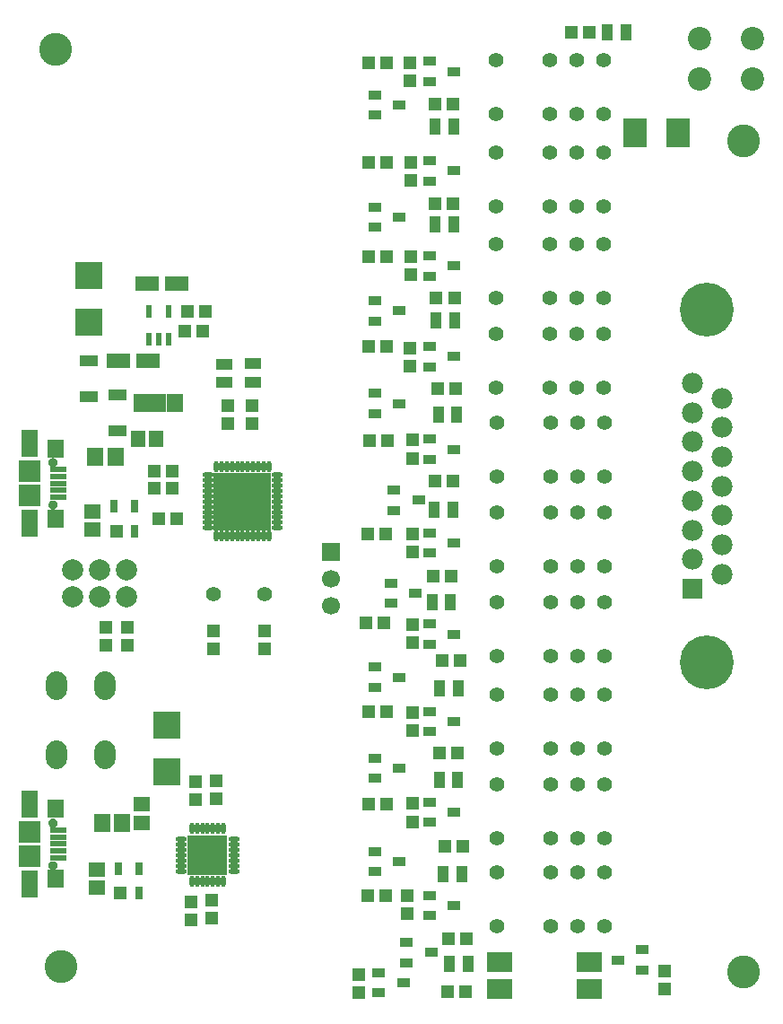
<source format=gbr>
G04 DipTrace 3.3.1.3*
G04 TopMask.gbr*
%MOMM*%
G04 #@! TF.FileFunction,Soldermask,Top*
G04 #@! TF.Part,Single*
%ADD10C,0.25*%
%ADD15C,0.55*%
%ADD66R,2.286X2.794*%
%ADD73R,0.55X1.2*%
%ADD77C,2.0*%
%ADD80C,3.1*%
%ADD81C,5.08*%
%ADD87C,1.4192*%
%ADD89C,2.2*%
%ADD90R,2.4X1.9*%
%ADD92R,5.4X5.4*%
%ADD96R,3.7X3.7*%
%ADD98O,0.5X1.05*%
%ADD100O,1.05X0.5*%
%ADD104R,1.5X1.7*%
%ADD106C,1.4*%
%ADD107R,1.4X1.65*%
%ADD109R,1.65X1.4*%
%ADD111R,1.978X1.978*%
%ADD113C,1.978*%
%ADD115C,1.7*%
%ADD117R,1.7X1.7*%
%ADD119R,2.1X2.0*%
%ADD121R,1.5X2.5*%
%ADD123R,1.6X1.7*%
%ADD124R,1.2X1.3*%
%ADD125R,1.55X0.6*%
%ADD128R,1.05X1.6*%
%ADD130R,1.25X0.85*%
%ADD134R,1.6X1.05*%
%ADD136R,1.8X1.0*%
%ADD138R,2.6X2.6*%
%ADD140R,0.8X1.2*%
%ADD142R,1.2X1.2*%
%ADD144R,2.2X1.4*%
%ADD145R,1.3X1.2*%
%ADD150O,2.0X2.7*%
%FSLAX35Y35*%
G04*
G71*
G90*
G75*
G01*
G04 TopMask*
%LPD*%
D150*
X1866000Y3447000D3*
Y4097000D3*
X1416000Y3447000D3*
Y4097000D3*
D144*
X2273000Y7165000D3*
X1993000D3*
X2266000Y7890000D3*
X2546000D3*
D145*
X2647877Y7628760D3*
X2817877D3*
D124*
X3380000Y4443000D3*
Y4613000D3*
X2891000Y4443000D3*
Y4613000D3*
D142*
X1976000Y5557001D3*
D140*
X2146000D3*
Y5787001D3*
X1956000D3*
D138*
X1713000Y7522000D3*
Y7962000D3*
X2452000Y3287000D3*
Y3727000D3*
D142*
X2017000Y2139001D3*
D140*
X2187000D3*
Y2369001D3*
X1997000D3*
D136*
X1988000Y6844000D3*
Y6504000D3*
X1717000Y6824000D3*
Y7164000D3*
D134*
X3267000Y6958000D3*
Y7133000D3*
X2998000Y6956000D3*
Y7131000D3*
D130*
X4419000Y9672000D3*
Y9482000D3*
X4649000Y9577000D3*
D128*
X5163000Y9369000D3*
X4988000D3*
D130*
X4419000Y8611000D3*
Y8421000D3*
X4649000Y8516000D3*
X4419000Y3414000D3*
Y3224000D3*
X4649000Y3319000D3*
D128*
X5163000Y8451000D3*
X4988000D3*
X5198000Y3211000D3*
X5023000D3*
D130*
X4419000Y4272000D3*
Y4082000D3*
X4649000Y4177000D3*
D128*
X5201000Y4074000D3*
X5026000D3*
D130*
X4717000Y1674000D3*
Y1484000D3*
X4947000Y1579000D3*
D128*
X5298000Y1471000D3*
X5123000D3*
D130*
X4419000Y2532000D3*
Y2342000D3*
X4649000Y2437000D3*
D128*
X5237000Y2323000D3*
X5062000D3*
D130*
X6939000Y1415000D3*
Y1605000D3*
X6709000Y1510000D3*
X4599000Y5942000D3*
Y5752000D3*
X4829000Y5847000D3*
D128*
X5155000Y5760000D3*
X4980000D3*
D130*
X4569000Y5066000D3*
Y4876000D3*
X4799000Y4971000D3*
X4419000Y7728000D3*
Y7538000D3*
X4649000Y7633000D3*
D128*
X5132000Y4887000D3*
X4957000D3*
X5167000Y7546000D3*
X4992000D3*
D130*
X4419000Y6854000D3*
Y6664000D3*
X4649000Y6759000D3*
D128*
X5190000Y6654000D3*
X5015000D3*
D130*
X4455000Y1387000D3*
Y1197000D3*
X4685000Y1292000D3*
D128*
X6611000Y10258000D3*
X6786000D3*
D80*
X7900000Y9238000D3*
Y1400000D3*
X1400000Y10100000D3*
X1450000Y1450000D3*
D77*
X1563000Y5190000D3*
X1817000D3*
X2071000D3*
X1563000Y4936000D3*
X1817000D3*
X2071000D3*
X1344588Y6205018D2*
D10*
X1344661Y6207110D1*
X1344880Y6209192D1*
X1345244Y6211253D1*
X1345751Y6213284D1*
X1346399Y6215275D1*
X1347184Y6217215D1*
X1348102Y6219097D1*
X1349150Y6220909D1*
X1350322Y6222645D1*
X1351612Y6224294D1*
X1353014Y6225849D1*
X1354521Y6227303D1*
X1356127Y6228649D1*
X1357822Y6229879D1*
X1359599Y6230988D1*
X1361449Y6231971D1*
X1363364Y6232822D1*
X1365333Y6233538D1*
X1367347Y6234115D1*
X1369397Y6234550D1*
X1371472Y6234842D1*
X1373562Y6234988D1*
X1375658D1*
X1377748Y6234842D1*
X1379823Y6234550D1*
X1381873Y6234115D1*
X1383887Y6233538D1*
X1385856Y6232822D1*
X1387771Y6231971D1*
X1389621Y6230988D1*
X1391398Y6229879D1*
X1393093Y6228649D1*
X1394699Y6227303D1*
X1396206Y6225849D1*
X1397608Y6224294D1*
X1398898Y6222645D1*
X1400070Y6220909D1*
X1401118Y6219097D1*
X1402036Y6217215D1*
X1402821Y6215275D1*
X1403469Y6213284D1*
X1403976Y6211253D1*
X1404340Y6209192D1*
X1404559Y6207110D1*
X1404632Y6205018D1*
X1404559Y6202926D1*
X1404340Y6200844D1*
X1403976Y6198783D1*
X1403469Y6196752D1*
X1402821Y6194761D1*
X1402036Y6192821D1*
X1401118Y6190939D1*
X1400070Y6189127D1*
X1398898Y6187391D1*
X1397608Y6185742D1*
X1396206Y6184187D1*
X1394699Y6182733D1*
X1393093Y6181387D1*
X1391398Y6180157D1*
X1389621Y6179048D1*
X1387771Y6178065D1*
X1385856Y6177214D1*
X1383887Y6176498D1*
X1381873Y6175921D1*
X1379823Y6175486D1*
X1377748Y6175194D1*
X1375658Y6175048D1*
X1373562D1*
X1371472Y6175194D1*
X1369397Y6175486D1*
X1367347Y6175921D1*
X1365333Y6176498D1*
X1363364Y6177214D1*
X1361449Y6178065D1*
X1359599Y6179048D1*
X1357822Y6180157D1*
X1356127Y6181387D1*
X1354521Y6182733D1*
X1353014Y6184187D1*
X1351612Y6185742D1*
X1350322Y6187391D1*
X1349150Y6189127D1*
X1348102Y6190939D1*
X1347184Y6192821D1*
X1346399Y6194761D1*
X1345751Y6196752D1*
X1345244Y6198783D1*
X1344880Y6200844D1*
X1344661Y6202926D1*
X1344588Y6205018D1*
X1344792Y5805080D2*
X1344865Y5807172D1*
X1345084Y5809254D1*
X1345448Y5811315D1*
X1345955Y5813346D1*
X1346603Y5815337D1*
X1347388Y5817277D1*
X1348306Y5819159D1*
X1349354Y5820971D1*
X1350526Y5822707D1*
X1351816Y5824356D1*
X1353218Y5825911D1*
X1354725Y5827365D1*
X1356331Y5828711D1*
X1358026Y5829941D1*
X1359803Y5831050D1*
X1361653Y5832033D1*
X1363568Y5832884D1*
X1365537Y5833600D1*
X1367551Y5834177D1*
X1369601Y5834612D1*
X1371676Y5834904D1*
X1373766Y5835050D1*
X1375862D1*
X1377952Y5834904D1*
X1380027Y5834612D1*
X1382077Y5834177D1*
X1384091Y5833600D1*
X1386060Y5832884D1*
X1387975Y5832033D1*
X1389825Y5831050D1*
X1391602Y5829941D1*
X1393297Y5828711D1*
X1394903Y5827365D1*
X1396410Y5825911D1*
X1397812Y5824356D1*
X1399102Y5822707D1*
X1400274Y5820971D1*
X1401322Y5819159D1*
X1402240Y5817277D1*
X1403025Y5815337D1*
X1403673Y5813346D1*
X1404180Y5811315D1*
X1404544Y5809254D1*
X1404763Y5807172D1*
X1404836Y5805080D1*
X1404763Y5802988D1*
X1404544Y5800906D1*
X1404180Y5798845D1*
X1403673Y5796814D1*
X1403025Y5794823D1*
X1402240Y5792883D1*
X1401322Y5791001D1*
X1400274Y5789189D1*
X1399102Y5787453D1*
X1397812Y5785804D1*
X1396410Y5784249D1*
X1394903Y5782795D1*
X1393297Y5781449D1*
X1391602Y5780219D1*
X1389825Y5779110D1*
X1387975Y5778127D1*
X1386060Y5777276D1*
X1384091Y5776560D1*
X1382077Y5775983D1*
X1380027Y5775548D1*
X1377952Y5775256D1*
X1375862Y5775110D1*
X1373766D1*
X1371676Y5775256D1*
X1369601Y5775548D1*
X1367551Y5775983D1*
X1365537Y5776560D1*
X1363568Y5777276D1*
X1361653Y5778127D1*
X1359803Y5779110D1*
X1358026Y5780219D1*
X1356331Y5781449D1*
X1354725Y5782795D1*
X1353218Y5784249D1*
X1351816Y5785804D1*
X1350526Y5787453D1*
X1349354Y5789189D1*
X1348306Y5791001D1*
X1347388Y5792883D1*
X1346603Y5794823D1*
X1345955Y5796814D1*
X1345448Y5798845D1*
X1345084Y5800906D1*
X1344865Y5802988D1*
X1344792Y5805080D1*
D125*
X1427000Y6135000D3*
Y6070000D3*
Y6005000D3*
Y5940000D3*
Y5875000D3*
D123*
X1404500Y6335000D3*
Y5675000D3*
D121*
X1159500Y6380000D3*
Y5630000D3*
D119*
Y6120000D3*
Y5890000D3*
D15*
X1374500Y6205000D3*
Y5805000D3*
X1344588Y2803018D2*
D10*
X1344661Y2805110D1*
X1344880Y2807192D1*
X1345244Y2809253D1*
X1345751Y2811284D1*
X1346399Y2813275D1*
X1347184Y2815215D1*
X1348102Y2817097D1*
X1349150Y2818909D1*
X1350322Y2820645D1*
X1351612Y2822294D1*
X1353014Y2823849D1*
X1354521Y2825303D1*
X1356127Y2826649D1*
X1357822Y2827879D1*
X1359599Y2828988D1*
X1361449Y2829971D1*
X1363364Y2830822D1*
X1365333Y2831538D1*
X1367347Y2832115D1*
X1369397Y2832550D1*
X1371472Y2832842D1*
X1373562Y2832988D1*
X1375658D1*
X1377748Y2832842D1*
X1379823Y2832550D1*
X1381873Y2832115D1*
X1383887Y2831538D1*
X1385856Y2830822D1*
X1387771Y2829971D1*
X1389621Y2828988D1*
X1391398Y2827879D1*
X1393093Y2826649D1*
X1394699Y2825303D1*
X1396206Y2823849D1*
X1397608Y2822294D1*
X1398898Y2820645D1*
X1400070Y2818909D1*
X1401118Y2817097D1*
X1402036Y2815215D1*
X1402821Y2813275D1*
X1403469Y2811284D1*
X1403976Y2809253D1*
X1404340Y2807192D1*
X1404559Y2805110D1*
X1404632Y2803018D1*
X1404559Y2800926D1*
X1404340Y2798844D1*
X1403976Y2796783D1*
X1403469Y2794752D1*
X1402821Y2792761D1*
X1402036Y2790821D1*
X1401118Y2788939D1*
X1400070Y2787127D1*
X1398898Y2785391D1*
X1397608Y2783742D1*
X1396206Y2782187D1*
X1394699Y2780733D1*
X1393093Y2779387D1*
X1391398Y2778157D1*
X1389621Y2777048D1*
X1387771Y2776065D1*
X1385856Y2775214D1*
X1383887Y2774498D1*
X1381873Y2773921D1*
X1379823Y2773486D1*
X1377748Y2773194D1*
X1375658Y2773048D1*
X1373562D1*
X1371472Y2773194D1*
X1369397Y2773486D1*
X1367347Y2773921D1*
X1365333Y2774498D1*
X1363364Y2775214D1*
X1361449Y2776065D1*
X1359599Y2777048D1*
X1357822Y2778157D1*
X1356127Y2779387D1*
X1354521Y2780733D1*
X1353014Y2782187D1*
X1351612Y2783742D1*
X1350322Y2785391D1*
X1349150Y2787127D1*
X1348102Y2788939D1*
X1347184Y2790821D1*
X1346399Y2792761D1*
X1345751Y2794752D1*
X1345244Y2796783D1*
X1344880Y2798844D1*
X1344661Y2800926D1*
X1344588Y2803018D1*
X1344792Y2403080D2*
X1344865Y2405172D1*
X1345084Y2407254D1*
X1345448Y2409315D1*
X1345955Y2411346D1*
X1346603Y2413337D1*
X1347388Y2415277D1*
X1348306Y2417159D1*
X1349354Y2418971D1*
X1350526Y2420707D1*
X1351816Y2422356D1*
X1353218Y2423911D1*
X1354725Y2425365D1*
X1356331Y2426711D1*
X1358026Y2427941D1*
X1359803Y2429050D1*
X1361653Y2430033D1*
X1363568Y2430884D1*
X1365537Y2431600D1*
X1367551Y2432177D1*
X1369601Y2432612D1*
X1371676Y2432904D1*
X1373766Y2433050D1*
X1375862D1*
X1377952Y2432904D1*
X1380027Y2432612D1*
X1382077Y2432177D1*
X1384091Y2431600D1*
X1386060Y2430884D1*
X1387975Y2430033D1*
X1389825Y2429050D1*
X1391602Y2427941D1*
X1393297Y2426711D1*
X1394903Y2425365D1*
X1396410Y2423911D1*
X1397812Y2422356D1*
X1399102Y2420707D1*
X1400274Y2418971D1*
X1401322Y2417159D1*
X1402240Y2415277D1*
X1403025Y2413337D1*
X1403673Y2411346D1*
X1404180Y2409315D1*
X1404544Y2407254D1*
X1404763Y2405172D1*
X1404836Y2403080D1*
X1404763Y2400988D1*
X1404544Y2398906D1*
X1404180Y2396845D1*
X1403673Y2394814D1*
X1403025Y2392823D1*
X1402240Y2390883D1*
X1401322Y2389001D1*
X1400274Y2387189D1*
X1399102Y2385453D1*
X1397812Y2383804D1*
X1396410Y2382249D1*
X1394903Y2380795D1*
X1393297Y2379449D1*
X1391602Y2378219D1*
X1389825Y2377110D1*
X1387975Y2376127D1*
X1386060Y2375276D1*
X1384091Y2374560D1*
X1382077Y2373983D1*
X1380027Y2373548D1*
X1377952Y2373256D1*
X1375862Y2373110D1*
X1373766D1*
X1371676Y2373256D1*
X1369601Y2373548D1*
X1367551Y2373983D1*
X1365537Y2374560D1*
X1363568Y2375276D1*
X1361653Y2376127D1*
X1359803Y2377110D1*
X1358026Y2378219D1*
X1356331Y2379449D1*
X1354725Y2380795D1*
X1353218Y2382249D1*
X1351816Y2383804D1*
X1350526Y2385453D1*
X1349354Y2387189D1*
X1348306Y2389001D1*
X1347388Y2390883D1*
X1346603Y2392823D1*
X1345955Y2394814D1*
X1345448Y2396845D1*
X1345084Y2398906D1*
X1344865Y2400988D1*
X1344792Y2403080D1*
D125*
X1427000Y2733000D3*
Y2668000D3*
Y2603000D3*
Y2538000D3*
Y2473000D3*
D123*
X1404500Y2933000D3*
Y2273000D3*
D121*
X1159500Y2978000D3*
Y2228000D3*
D119*
Y2718000D3*
Y2488000D3*
D15*
X1374500Y2803000D3*
Y2403000D3*
D117*
X4005000Y5358000D3*
D115*
Y5104000D3*
Y4850000D3*
D113*
X7695000Y6810000D3*
Y6533133D3*
Y6256300D3*
Y5979433D3*
Y5702567D3*
Y5425700D3*
Y5148833D3*
X7410533Y6949700D3*
Y6672833D3*
Y6396000D3*
Y6119133D3*
Y5842267D3*
X7410567Y5565400D3*
X7410533Y5288533D3*
D111*
Y5011700D3*
D81*
X7552767Y7648200D3*
Y4313200D3*
D109*
X1752000Y5741000D3*
Y5571000D3*
D107*
X2181000Y6422000D3*
X2351000D3*
D109*
X1792000Y2361000D3*
Y2191000D3*
X2219000Y2805000D3*
Y2975000D3*
D130*
X4932000Y9987000D3*
Y9797000D3*
X5162000Y9892000D3*
X4932000Y9049000D3*
Y8859000D3*
X5162000Y8954000D3*
X4932000Y3853000D3*
Y3663000D3*
X5162000Y3758000D3*
X4932000Y4677000D3*
Y4487000D3*
X5162000Y4582000D3*
X4932000Y2119000D3*
Y1929000D3*
X5162000Y2024000D3*
X4932000Y2996000D3*
Y2806000D3*
X5162000Y2901000D3*
X4932000Y6422000D3*
Y6232000D3*
X5162000Y6327000D3*
X4932000Y5540000D3*
Y5350000D3*
X5162000Y5445000D3*
X4932000Y8151000D3*
Y7961000D3*
X5162000Y8056000D3*
X4932000Y7296000D3*
Y7106000D3*
X5162000Y7201000D3*
D145*
X2373000Y5672000D3*
X2543000D3*
D124*
X1875000Y4478000D3*
Y4648000D3*
X2879000Y2074000D3*
Y1904000D3*
X2080000Y4650000D3*
Y4480000D3*
X2921000Y3032000D3*
Y3202000D3*
X2720000Y3018000D3*
Y3188000D3*
X2684000Y2054000D3*
Y1884000D3*
X3256000Y6570000D3*
Y6740000D3*
X3032000Y6570000D3*
Y6740000D3*
D145*
X2790877Y7439760D3*
X2620877D3*
X2337000Y5962000D3*
X2507000D3*
X2332000Y6119000D3*
X2502000D3*
X4525000Y9975000D3*
X4355000D3*
X4525000Y9034000D3*
X4355000D3*
X4525000Y3850000D3*
X4355000D3*
X4504000Y4693000D3*
X4334000D3*
X4517000Y2119000D3*
X4347000D3*
X4525000Y2983000D3*
X4355000D3*
D124*
X4747000Y9804000D3*
Y9974000D3*
X4755000Y8864000D3*
Y9034000D3*
X4769000Y3672000D3*
Y3842000D3*
Y4506000D3*
Y4676000D3*
X4724000Y1944000D3*
Y2114000D3*
X4769000Y2814000D3*
Y2984000D3*
D145*
X4986000Y9581000D3*
X5156000D3*
X4986000Y8646000D3*
X5156000D3*
X5027000Y3461000D3*
X5197000D3*
X5056000Y4334000D3*
X5226000D3*
X5110000Y1712000D3*
X5280000D3*
X5077000Y2578000D3*
X5247000D3*
X4540000Y6410000D3*
X4370000D3*
X4518000Y5531000D3*
X4348000D3*
X4525000Y8141000D3*
X4355000D3*
X4525000Y7293000D3*
X4355000D3*
D124*
X4770000Y6243000D3*
Y6413000D3*
Y5357000D3*
Y5527000D3*
X4755000Y7972000D3*
Y8142000D3*
X4748000Y7113000D3*
Y7283000D3*
X7156000Y1403000D3*
Y1233000D3*
D145*
X4988000Y6027000D3*
X5158000D3*
X4966000Y5129000D3*
X5136000D3*
X4997000Y7753000D3*
X5167000D3*
X5011000Y6900000D3*
X5181000D3*
D124*
X4268000Y1200000D3*
Y1370000D3*
D145*
X5276000Y1210000D3*
X5106000D3*
X6275000Y10261000D3*
X6445000D3*
D106*
X5561000Y9994000D3*
Y9486000D3*
X6069000Y9994000D3*
Y9486000D3*
X6323000Y9994000D3*
Y9486000D3*
X6577000Y9994000D3*
Y9486000D3*
X5561000Y9126000D3*
Y8618000D3*
X6069000Y9126000D3*
Y8618000D3*
X6323000Y9126000D3*
Y8618000D3*
X6577000Y9126000D3*
Y8618000D3*
X5569000Y4009000D3*
Y3501000D3*
X6077000Y4009000D3*
Y3501000D3*
X6331000Y4009000D3*
Y3501000D3*
X6585000Y4009000D3*
Y3501000D3*
X5568000Y4880000D3*
Y4372000D3*
X6076000Y4880000D3*
Y4372000D3*
X6330000Y4880000D3*
Y4372000D3*
X6584000Y4880000D3*
Y4372000D3*
X5567000Y2336000D3*
Y1828000D3*
X6075000Y2336000D3*
Y1828000D3*
X6329000Y2336000D3*
Y1828000D3*
X6583000Y2336000D3*
Y1828000D3*
X5569000Y3167000D3*
Y2659000D3*
X6077000Y3167000D3*
Y2659000D3*
X6331000Y3167000D3*
Y2659000D3*
X6585000Y3167000D3*
Y2659000D3*
X5567000Y6574000D3*
Y6066000D3*
X6075000Y6574000D3*
Y6066000D3*
X6329000Y6574000D3*
Y6066000D3*
X6583000Y6574000D3*
Y6066000D3*
X5567000Y5730000D3*
Y5222000D3*
X6075000Y5730000D3*
Y5222000D3*
X6329000Y5730000D3*
Y5222000D3*
X6583000Y5730000D3*
Y5222000D3*
X5563000Y8264000D3*
Y7756000D3*
X6071000Y8264000D3*
Y7756000D3*
X6325000Y8264000D3*
Y7756000D3*
X6579000Y8264000D3*
Y7756000D3*
X5564000Y7419000D3*
Y6911000D3*
X6072000Y7419000D3*
Y6911000D3*
X6326000Y7419000D3*
Y6911000D3*
X6580000Y7419000D3*
Y6911000D3*
D104*
X1779000Y6255000D3*
X1969000D3*
X2030000Y2804000D3*
X1840000D3*
D66*
X6874000Y9314000D3*
X7283200D3*
D104*
X2371000Y6766000D3*
X2529227D3*
X2219253D3*
D100*
X2588000Y2647000D3*
Y2597000D3*
Y2547000D3*
Y2497000D3*
Y2447000D3*
Y2397000D3*
Y2347000D3*
D98*
X2688000Y2247000D3*
X2738000D3*
X2788000D3*
X2838000D3*
X2888000D3*
X2938000D3*
X2988000D3*
D100*
X3088000Y2347000D3*
Y2397000D3*
Y2447000D3*
Y2497000D3*
Y2547000D3*
Y2597000D3*
Y2647000D3*
D98*
X2988000Y2747000D3*
X2938000D3*
X2888000D3*
X2838000D3*
X2788000D3*
X2738000D3*
X2688000D3*
D96*
X2838000Y2497000D3*
D73*
X2281000Y7369000D3*
X2376000D3*
X2471000D3*
Y7629020D3*
X2281000D3*
D100*
X2840000Y6085000D3*
Y6035000D3*
Y5985000D3*
Y5935000D3*
Y5885000D3*
Y5835000D3*
Y5785000D3*
Y5735000D3*
Y5685000D3*
Y5635000D3*
Y5585000D3*
D98*
X2918500Y5506500D3*
X2968500D3*
X3018500D3*
X3068500D3*
X3118500D3*
X3168500D3*
X3218500D3*
X3268500D3*
X3318500D3*
X3368500D3*
X3418500D3*
D100*
X3497000Y5585000D3*
Y5635000D3*
Y5685000D3*
Y5735000D3*
Y5785000D3*
Y5835000D3*
Y5885000D3*
Y5935000D3*
Y5985000D3*
Y6035000D3*
Y6085000D3*
D98*
X3418500Y6163500D3*
X3368500D3*
X3318500D3*
X3268500D3*
X3218500D3*
X3168500D3*
X3118500D3*
X3068500D3*
X3018500D3*
X2968500D3*
X2918500D3*
D92*
X3168500Y5835000D3*
D90*
X6442000Y1238000D3*
Y1492000D3*
X5592000D3*
Y1238000D3*
D89*
X7983000Y9824000D3*
Y10205000D3*
X7483000Y9824000D3*
Y10205000D3*
D87*
X3379000Y4964000D3*
X2896400D3*
M02*

</source>
